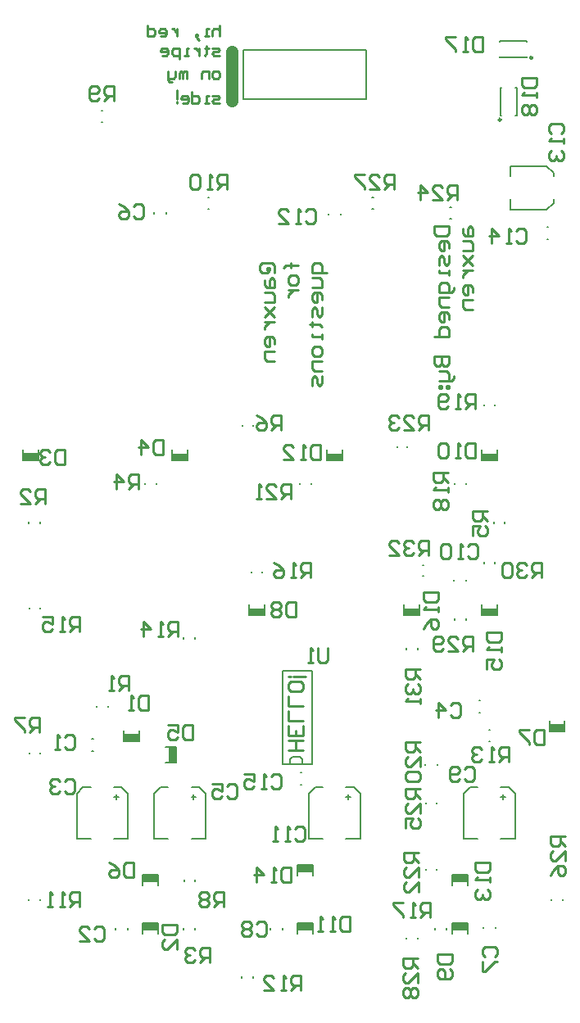
<source format=gbo>
G04 Layer_Color=32896*
%FSLAX25Y25*%
%MOIN*%
G70*
G01*
G75*
%ADD10C,0.01000*%
%ADD33C,0.05000*%
%ADD34C,0.00984*%
%ADD35C,0.00600*%
%ADD36C,0.00787*%
%ADD57R,0.06299X0.03150*%
%ADD58R,0.03150X0.06299*%
D10*
X-30984Y216138D02*
Y211640D01*
Y213889D01*
X-31734Y214639D01*
X-33233D01*
X-33983Y213889D01*
Y211640D01*
X-35483D02*
X-36982D01*
X-36233D01*
Y214639D01*
X-35483D01*
X-39981Y210890D02*
X-40731Y211640D01*
Y212389D01*
X-39981D01*
Y211640D01*
X-40731D01*
X-39981Y210890D01*
X-39232Y210140D01*
X-48229Y214639D02*
Y211640D01*
Y213139D01*
X-48978Y213889D01*
X-49728Y214639D01*
X-50478D01*
X-54976Y211640D02*
X-53477D01*
X-52727Y212389D01*
Y213889D01*
X-53477Y214639D01*
X-54976D01*
X-55726Y213889D01*
Y213139D01*
X-52727D01*
X-60225Y216138D02*
Y211640D01*
X-57976D01*
X-57226Y212389D01*
Y213889D01*
X-57976Y214639D01*
X-60225D01*
X-30984Y203841D02*
X-33233D01*
X-33983Y204591D01*
X-33233Y205341D01*
X-31734D01*
X-30984Y206091D01*
X-31734Y206840D01*
X-33983D01*
X-36233Y207590D02*
Y206840D01*
X-35483D01*
X-36982D01*
X-36233D01*
Y204591D01*
X-36982Y203841D01*
X-39232Y206840D02*
Y203841D01*
Y205341D01*
X-39981Y206091D01*
X-40731Y206840D01*
X-41481D01*
X-43730Y203841D02*
X-45230D01*
X-44480D01*
Y206840D01*
X-43730D01*
X-47479Y202342D02*
Y206840D01*
X-49728D01*
X-50478Y206091D01*
Y204591D01*
X-49728Y203841D01*
X-47479D01*
X-54227D02*
X-52727D01*
X-51977Y204591D01*
Y206091D01*
X-52727Y206840D01*
X-54227D01*
X-54976Y206091D01*
Y205341D01*
X-51977D01*
X-31734Y194544D02*
X-33233D01*
X-33983Y195293D01*
Y196793D01*
X-33233Y197543D01*
X-31734D01*
X-30984Y196793D01*
Y195293D01*
X-31734Y194544D01*
X-35483D02*
Y197543D01*
X-37732D01*
X-38482Y196793D01*
Y194544D01*
X-44480D02*
Y197543D01*
X-45230D01*
X-45979Y196793D01*
Y194544D01*
Y196793D01*
X-46729Y197543D01*
X-47479Y196793D01*
Y194544D01*
X-48978Y197543D02*
Y195293D01*
X-49728Y194544D01*
X-51977D01*
Y193794D01*
X-51228Y193044D01*
X-50478D01*
X-51977Y194544D02*
Y197543D01*
X-30984Y184496D02*
X-33233D01*
X-33983Y185246D01*
X-33233Y185996D01*
X-31734D01*
X-30984Y186745D01*
X-31734Y187495D01*
X-33983D01*
X-35483Y184496D02*
X-36982D01*
X-36233D01*
Y187495D01*
X-35483D01*
X-42231Y188995D02*
Y184496D01*
X-39981D01*
X-39232Y185246D01*
Y186745D01*
X-39981Y187495D01*
X-42231D01*
X-45979Y184496D02*
X-44480D01*
X-43730Y185246D01*
Y186745D01*
X-44480Y187495D01*
X-45979D01*
X-46729Y186745D01*
Y185996D01*
X-43730D01*
X-48229D02*
Y189744D01*
Y185246D02*
Y184496D01*
X56404Y134500D02*
X62402D01*
Y131501D01*
X61403Y130501D01*
X57404D01*
X56404Y131501D01*
Y134500D01*
X62402Y125503D02*
Y127502D01*
X61403Y128502D01*
X59403D01*
X58404Y127502D01*
Y125503D01*
X59403Y124503D01*
X60403D01*
Y128502D01*
X62402Y122504D02*
Y119505D01*
X61403Y118505D01*
X60403Y119505D01*
Y121504D01*
X59403Y122504D01*
X58404Y121504D01*
Y118505D01*
X62402Y116506D02*
Y114506D01*
Y115506D01*
X58404D01*
Y116506D01*
X64402Y109508D02*
Y108508D01*
X63402Y107509D01*
X58404D01*
Y110508D01*
X59403Y111507D01*
X61403D01*
X62402Y110508D01*
Y107509D01*
Y105509D02*
X58404D01*
Y102510D01*
X59403Y101511D01*
X62402D01*
Y96512D02*
Y98512D01*
X61403Y99511D01*
X59403D01*
X58404Y98512D01*
Y96512D01*
X59403Y95513D01*
X60403D01*
Y99511D01*
X56404Y89514D02*
X62402D01*
Y92514D01*
X61403Y93513D01*
X59403D01*
X58404Y92514D01*
Y89514D01*
X56404Y81517D02*
X62402D01*
Y78518D01*
X61403Y77518D01*
X60403D01*
X59403Y78518D01*
Y81517D01*
Y78518D01*
X58404Y77518D01*
X57404D01*
X56404Y78518D01*
Y81517D01*
X58404Y75519D02*
X61403D01*
X62402Y74519D01*
Y71520D01*
X63402D01*
X64402Y72520D01*
Y73520D01*
X62402Y71520D02*
X58404D01*
Y69521D02*
Y68521D01*
X59403D01*
Y69521D01*
X58404D01*
X61403D02*
Y68521D01*
X62402D01*
Y69521D01*
X61403D01*
X68001Y133500D02*
Y131501D01*
X69001Y130501D01*
X72000D01*
Y133500D01*
X71000Y134500D01*
X70001Y133500D01*
Y130501D01*
X68001Y128502D02*
X71000D01*
X72000Y127502D01*
Y124503D01*
X68001D01*
Y122504D02*
X72000Y118505D01*
X70001Y120504D01*
X68001Y118505D01*
X72000Y122504D01*
X68001Y116506D02*
X72000D01*
X70001D01*
X69001Y115506D01*
X68001Y114506D01*
Y113507D01*
X72000Y107509D02*
Y109508D01*
X71000Y110508D01*
X69001D01*
X68001Y109508D01*
Y107509D01*
X69001Y106509D01*
X70001D01*
Y110508D01*
X72000Y104510D02*
X68001D01*
Y101511D01*
X69001Y100511D01*
X72000D01*
X-10694Y116501D02*
X-11694D01*
Y117501D01*
X-10694D01*
Y116501D01*
X-11694Y115501D01*
X-13693D01*
X-14693Y116501D01*
Y118500D01*
X-13693Y119500D01*
X-9694D01*
X-8695Y118500D01*
Y115501D01*
X-12693Y112502D02*
Y110503D01*
X-11694Y109503D01*
X-8695D01*
Y112502D01*
X-9694Y113502D01*
X-10694Y112502D01*
Y109503D01*
X-12693Y107504D02*
X-9694D01*
X-8695Y106504D01*
Y103505D01*
X-12693D01*
Y101506D02*
X-8695Y97507D01*
X-10694Y99506D01*
X-12693Y97507D01*
X-8695Y101506D01*
X-12693Y95508D02*
X-8695D01*
X-10694D01*
X-11694Y94508D01*
X-12693Y93508D01*
Y92509D01*
X-8695Y86511D02*
Y88510D01*
X-9694Y89510D01*
X-11694D01*
X-12693Y88510D01*
Y86511D01*
X-11694Y85511D01*
X-10694D01*
Y89510D01*
X-8695Y83512D02*
X-12693D01*
Y80513D01*
X-11694Y79513D01*
X-8695D01*
X903Y118500D02*
X-4095D01*
X-2096D01*
Y119500D01*
Y117501D01*
Y118500D01*
X-4095D01*
X-5095Y117501D01*
X903Y113502D02*
Y111503D01*
X-97Y110503D01*
X-2096D01*
X-3096Y111503D01*
Y113502D01*
X-2096Y114502D01*
X-97D01*
X903Y113502D01*
X-3096Y108504D02*
X903D01*
X-1096D01*
X-2096Y107504D01*
X-3096Y106504D01*
Y105505D01*
X12500Y115501D02*
X6502D01*
Y118500D01*
X7502Y119500D01*
X9501D01*
X10501Y118500D01*
Y115501D01*
X6502Y113502D02*
X9501D01*
X10501Y112502D01*
Y109503D01*
X6502D01*
X10501Y104505D02*
Y106504D01*
X9501Y107504D01*
X7502D01*
X6502Y106504D01*
Y104505D01*
X7502Y103505D01*
X8501D01*
Y107504D01*
X10501Y101506D02*
Y98507D01*
X9501Y97507D01*
X8501Y98507D01*
Y100506D01*
X7502Y101506D01*
X6502Y100506D01*
Y97507D01*
X5502Y94508D02*
X6502D01*
Y95508D01*
Y93508D01*
Y94508D01*
X9501D01*
X10501Y93508D01*
Y90509D02*
Y88510D01*
Y89510D01*
X6502D01*
Y90509D01*
X10501Y84511D02*
Y82512D01*
X9501Y81512D01*
X7502D01*
X6502Y82512D01*
Y84511D01*
X7502Y85511D01*
X9501D01*
X10501Y84511D01*
Y79513D02*
X6502D01*
Y76514D01*
X7502Y75514D01*
X10501D01*
Y73515D02*
Y70516D01*
X9501Y69516D01*
X8501Y70516D01*
Y72515D01*
X7502Y73515D01*
X6502Y72515D01*
Y69516D01*
X50500Y-46000D02*
X44502D01*
Y-48999D01*
X45502Y-49999D01*
X47501D01*
X48501Y-48999D01*
Y-46000D01*
Y-47999D02*
X50500Y-49999D01*
X45502Y-51998D02*
X44502Y-52998D01*
Y-54997D01*
X45502Y-55997D01*
X46501D01*
X47501Y-54997D01*
Y-53997D01*
Y-54997D01*
X48501Y-55997D01*
X49500D01*
X50500Y-54997D01*
Y-52998D01*
X49500Y-51998D01*
X50500Y-57996D02*
Y-59996D01*
Y-58996D01*
X44502D01*
X45502Y-57996D01*
X54000Y500D02*
Y6498D01*
X51001D01*
X50001Y5498D01*
Y3499D01*
X51001Y2499D01*
X54000D01*
X52001D02*
X50001Y500D01*
X48002Y5498D02*
X47002Y6498D01*
X45003D01*
X44003Y5498D01*
Y4499D01*
X45003Y3499D01*
X46003D01*
X45003D01*
X44003Y2499D01*
Y1500D01*
X45003Y500D01*
X47002D01*
X48002Y1500D01*
X38005Y500D02*
X42004D01*
X38005Y4499D01*
Y5498D01*
X39005Y6498D01*
X41004D01*
X42004Y5498D01*
X-499Y-111002D02*
X501Y-110002D01*
X2500D01*
X3500Y-111002D01*
Y-115000D01*
X2500Y-116000D01*
X501D01*
X-499Y-115000D01*
X-2498Y-116000D02*
X-4497D01*
X-3498D01*
Y-110002D01*
X-2498Y-111002D01*
X-7496Y-116000D02*
X-9496D01*
X-8496D01*
Y-110002D01*
X-7496Y-111002D01*
X104002Y172001D02*
X103002Y173001D01*
Y175000D01*
X104002Y176000D01*
X108000D01*
X109000Y175000D01*
Y173001D01*
X108000Y172001D01*
X109000Y170002D02*
Y168003D01*
Y169002D01*
X103002D01*
X104002Y170002D01*
Y165004D02*
X103002Y164004D01*
Y162004D01*
X104002Y161005D01*
X105001D01*
X106001Y162004D01*
Y163004D01*
Y162004D01*
X107001Y161005D01*
X108000D01*
X109000Y162004D01*
Y164004D01*
X108000Y165004D01*
X12959Y-37200D02*
Y-42198D01*
X11959Y-43198D01*
X9960D01*
X8960Y-42198D01*
Y-37200D01*
X6961Y-43198D02*
X4962D01*
X5961D01*
Y-37200D01*
X6961Y-38199D01*
X2998Y-78961D02*
X-3000D01*
X-1D01*
Y-74962D01*
X2998D01*
X-3000D01*
X2998Y-68964D02*
Y-72963D01*
X-3000D01*
Y-68964D01*
X-1Y-72963D02*
Y-70963D01*
X2998Y-66965D02*
X-3000D01*
Y-62966D01*
X2998Y-60966D02*
X-3000D01*
Y-56968D01*
X2998Y-51969D02*
Y-53969D01*
X1998Y-54968D01*
X-2000D01*
X-3000Y-53969D01*
Y-51969D01*
X-2000Y-50970D01*
X1998D01*
X2998Y-51969D01*
X-1001Y-48970D02*
X3998D01*
X-2000D02*
X-3000D01*
X52002Y-14500D02*
X58000D01*
Y-17499D01*
X57000Y-18499D01*
X53002D01*
X52002Y-17499D01*
Y-14500D01*
X58000Y-20498D02*
Y-22497D01*
Y-21498D01*
X52002D01*
X53002Y-20498D01*
X52002Y-29495D02*
X53002Y-27496D01*
X55001Y-25496D01*
X57000D01*
X58000Y-26496D01*
Y-28495D01*
X57000Y-29495D01*
X56001D01*
X55001Y-28495D01*
Y-25496D01*
X91825Y194882D02*
X97823D01*
Y191883D01*
X96823Y190883D01*
X92824D01*
X91825Y191883D01*
Y194882D01*
X97823Y188884D02*
Y186884D01*
Y187884D01*
X91825D01*
X92824Y188884D01*
Y183885D02*
X91825Y182886D01*
Y180886D01*
X92824Y179887D01*
X93824D01*
X94824Y180886D01*
X95823Y179887D01*
X96823D01*
X97823Y180886D01*
Y182886D01*
X96823Y183885D01*
X95823D01*
X94824Y182886D01*
X93824Y183885D01*
X92824D01*
X94824Y182886D02*
Y180886D01*
X89501Y132498D02*
X90501Y133498D01*
X92500D01*
X93500Y132498D01*
Y128500D01*
X92500Y127500D01*
X90501D01*
X89501Y128500D01*
X87502Y127500D02*
X85503D01*
X86502D01*
Y133498D01*
X87502Y132498D01*
X79505Y127500D02*
Y133498D01*
X82504Y130499D01*
X78505D01*
X-9983Y-89506D02*
X-8983Y-88506D01*
X-6984D01*
X-5984Y-89506D01*
Y-93504D01*
X-6984Y-94504D01*
X-8983D01*
X-9983Y-93504D01*
X-11982Y-94504D02*
X-13982D01*
X-12982D01*
Y-88506D01*
X-11982Y-89506D01*
X-20979Y-88506D02*
X-16981D01*
Y-91505D01*
X-18980Y-90505D01*
X-19980D01*
X-20979Y-91505D01*
Y-93504D01*
X-19980Y-94504D01*
X-17980D01*
X-16981Y-93504D01*
X-93983Y-73506D02*
X-92983Y-72506D01*
X-90984D01*
X-89984Y-73506D01*
Y-77504D01*
X-90984Y-78504D01*
X-92983D01*
X-93983Y-77504D01*
X-95982Y-78504D02*
X-97982D01*
X-96982D01*
Y-72506D01*
X-95982Y-73506D01*
X-81983Y-151506D02*
X-80983Y-150506D01*
X-78984D01*
X-77984Y-151506D01*
Y-155504D01*
X-78984Y-156504D01*
X-80983D01*
X-81983Y-155504D01*
X-87981Y-156504D02*
X-83982D01*
X-87981Y-152505D01*
Y-151506D01*
X-86981Y-150506D01*
X-84982D01*
X-83982Y-151506D01*
X-93983Y-91506D02*
X-92983Y-90506D01*
X-90984D01*
X-89984Y-91506D01*
Y-95504D01*
X-90984Y-96504D01*
X-92983D01*
X-93983Y-95504D01*
X-95982Y-91506D02*
X-96982Y-90506D01*
X-98981D01*
X-99981Y-91506D01*
Y-92505D01*
X-98981Y-93505D01*
X-97982D01*
X-98981D01*
X-99981Y-94505D01*
Y-95504D01*
X-98981Y-96504D01*
X-96982D01*
X-95982Y-95504D01*
X63001Y-60502D02*
X64001Y-59502D01*
X66000D01*
X67000Y-60502D01*
Y-64500D01*
X66000Y-65500D01*
X64001D01*
X63001Y-64500D01*
X58003Y-65500D02*
Y-59502D01*
X61002Y-62501D01*
X57003D01*
X-27983Y-93506D02*
X-26983Y-92506D01*
X-24984D01*
X-23984Y-93506D01*
Y-97504D01*
X-24984Y-98504D01*
X-26983D01*
X-27983Y-97504D01*
X-33981Y-92506D02*
X-29982D01*
Y-95505D01*
X-31982Y-94505D01*
X-32981D01*
X-33981Y-95505D01*
Y-97504D01*
X-32981Y-98504D01*
X-30982D01*
X-29982Y-97504D01*
X-65983Y142494D02*
X-64983Y143494D01*
X-62984D01*
X-61984Y142494D01*
Y138496D01*
X-62984Y137496D01*
X-64983D01*
X-65983Y138496D01*
X-71981Y143494D02*
X-69982Y142494D01*
X-67982Y140495D01*
Y138496D01*
X-68982Y137496D01*
X-70981D01*
X-71981Y138496D01*
Y139495D01*
X-70981Y140495D01*
X-67982D01*
X77002Y-162999D02*
X76002Y-161999D01*
Y-160000D01*
X77002Y-159000D01*
X81000D01*
X82000Y-160000D01*
Y-161999D01*
X81000Y-162999D01*
X76002Y-164998D02*
Y-168997D01*
X77002D01*
X81000Y-164998D01*
X82000D01*
X-15983Y-149506D02*
X-14983Y-148506D01*
X-12984D01*
X-11984Y-149506D01*
Y-153504D01*
X-12984Y-154504D01*
X-14983D01*
X-15983Y-153504D01*
X-17982Y-149506D02*
X-18982Y-148506D01*
X-20981D01*
X-21981Y-149506D01*
Y-150505D01*
X-20981Y-151505D01*
X-21981Y-152505D01*
Y-153504D01*
X-20981Y-154504D01*
X-18982D01*
X-17982Y-153504D01*
Y-152505D01*
X-18982Y-151505D01*
X-17982Y-150505D01*
Y-149506D01*
X-18982Y-151505D02*
X-20981D01*
X68501Y-86502D02*
X69501Y-85502D01*
X71500D01*
X72500Y-86502D01*
Y-90500D01*
X71500Y-91500D01*
X69501D01*
X68501Y-90500D01*
X66502D02*
X65502Y-91500D01*
X63503D01*
X62503Y-90500D01*
Y-86502D01*
X63503Y-85502D01*
X65502D01*
X66502Y-86502D01*
Y-87501D01*
X65502Y-88501D01*
X62503D01*
X70001Y3998D02*
X71001Y4998D01*
X73000D01*
X74000Y3998D01*
Y-0D01*
X73000Y-1000D01*
X71001D01*
X70001Y-0D01*
X68002Y-1000D02*
X66003D01*
X67002D01*
Y4998D01*
X68002Y3998D01*
X63004D02*
X62004Y4998D01*
X60005D01*
X59005Y3998D01*
Y-0D01*
X60005Y-1000D01*
X62004D01*
X63004Y-0D01*
Y3998D01*
X4017Y140494D02*
X5017Y141494D01*
X7016D01*
X8016Y140494D01*
Y136496D01*
X7016Y135496D01*
X5017D01*
X4017Y136496D01*
X2018Y135496D02*
X18D01*
X1018D01*
Y141494D01*
X2018Y140494D01*
X-6979Y135496D02*
X-2981D01*
X-6979Y139495D01*
Y140494D01*
X-5980Y141494D01*
X-3980D01*
X-2981Y140494D01*
X-59984Y-56506D02*
Y-62504D01*
X-62983D01*
X-63983Y-61504D01*
Y-57506D01*
X-62983Y-56506D01*
X-59984D01*
X-65982Y-62504D02*
X-67982D01*
X-66982D01*
Y-56506D01*
X-65982Y-57506D01*
X-54498Y-150000D02*
X-48500D01*
Y-152999D01*
X-49500Y-153999D01*
X-53498D01*
X-54498Y-152999D01*
Y-150000D01*
X-48500Y-159997D02*
Y-155998D01*
X-52499Y-159997D01*
X-53498D01*
X-54498Y-158997D01*
Y-156998D01*
X-53498Y-155998D01*
X-93984Y43494D02*
Y37496D01*
X-96983D01*
X-97983Y38496D01*
Y42494D01*
X-96983Y43494D01*
X-93984D01*
X-99982Y42494D02*
X-100982Y43494D01*
X-102981D01*
X-103981Y42494D01*
Y41495D01*
X-102981Y40495D01*
X-101982D01*
X-102981D01*
X-103981Y39495D01*
Y38496D01*
X-102981Y37496D01*
X-100982D01*
X-99982Y38496D01*
X-53984Y47494D02*
Y41496D01*
X-56983D01*
X-57983Y42496D01*
Y46494D01*
X-56983Y47494D01*
X-53984D01*
X-62981Y41496D02*
Y47494D01*
X-59982Y44495D01*
X-63981D01*
X-41984Y-68506D02*
Y-74504D01*
X-44983D01*
X-45983Y-73504D01*
Y-69506D01*
X-44983Y-68506D01*
X-41984D01*
X-51981D02*
X-47982D01*
Y-71505D01*
X-49982Y-70505D01*
X-50981D01*
X-51981Y-71505D01*
Y-73504D01*
X-50981Y-74504D01*
X-48982D01*
X-47982Y-73504D01*
X-65984Y-124506D02*
Y-130504D01*
X-68983D01*
X-69983Y-129504D01*
Y-125506D01*
X-68983Y-124506D01*
X-65984D01*
X-75981D02*
X-73982Y-125506D01*
X-71982Y-127505D01*
Y-129504D01*
X-72982Y-130504D01*
X-74981D01*
X-75981Y-129504D01*
Y-128505D01*
X-74981Y-127505D01*
X-71982D01*
X101000Y-70502D02*
Y-76500D01*
X98001D01*
X97001Y-75500D01*
Y-71502D01*
X98001Y-70502D01*
X101000D01*
X95002D02*
X91003D01*
Y-71502D01*
X95002Y-75500D01*
Y-76500D01*
X16Y-18506D02*
Y-24504D01*
X-2983D01*
X-3983Y-23504D01*
Y-19506D01*
X-2983Y-18506D01*
X16D01*
X-5982Y-19506D02*
X-6982Y-18506D01*
X-8981D01*
X-9981Y-19506D01*
Y-20505D01*
X-8981Y-21505D01*
X-9981Y-22505D01*
Y-23504D01*
X-8981Y-24504D01*
X-6982D01*
X-5982Y-23504D01*
Y-22505D01*
X-6982Y-21505D01*
X-5982Y-20505D01*
Y-19506D01*
X-6982Y-21505D02*
X-8981D01*
X57502Y-162000D02*
X63500D01*
Y-164999D01*
X62500Y-165999D01*
X58502D01*
X57502Y-164999D01*
Y-162000D01*
X62500Y-167998D02*
X63500Y-168998D01*
Y-170997D01*
X62500Y-171997D01*
X58502D01*
X57502Y-170997D01*
Y-168998D01*
X58502Y-167998D01*
X59501D01*
X60501Y-168998D01*
Y-171997D01*
X73000Y45998D02*
Y40000D01*
X70001D01*
X69001Y41000D01*
Y44998D01*
X70001Y45998D01*
X73000D01*
X67002Y40000D02*
X65003D01*
X66002D01*
Y45998D01*
X67002Y44998D01*
X62004D02*
X61004Y45998D01*
X59004D01*
X58005Y44998D01*
Y41000D01*
X59004Y40000D01*
X61004D01*
X62004Y41000D01*
Y44998D01*
X22016Y-146506D02*
Y-152504D01*
X19017D01*
X18017Y-151504D01*
Y-147506D01*
X19017Y-146506D01*
X22016D01*
X16018Y-152504D02*
X14018D01*
X15018D01*
Y-146506D01*
X16018Y-147506D01*
X11019Y-152504D02*
X9020D01*
X10020D01*
Y-146506D01*
X11019Y-147506D01*
X10016Y45494D02*
Y39496D01*
X7017D01*
X6017Y40496D01*
Y44494D01*
X7017Y45494D01*
X10016D01*
X4018Y39496D02*
X2018D01*
X3018D01*
Y45494D01*
X4018Y44494D01*
X-4979Y39496D02*
X-981D01*
X-4979Y43495D01*
Y44494D01*
X-3980Y45494D01*
X-1980D01*
X-981Y44494D01*
X73002Y-124500D02*
X79000D01*
Y-127499D01*
X78000Y-128499D01*
X74002D01*
X73002Y-127499D01*
Y-124500D01*
X79000Y-130498D02*
Y-132497D01*
Y-131498D01*
X73002D01*
X74002Y-130498D01*
Y-135496D02*
X73002Y-136496D01*
Y-138496D01*
X74002Y-139495D01*
X75001D01*
X76001Y-138496D01*
Y-137496D01*
Y-138496D01*
X77001Y-139495D01*
X78000D01*
X79000Y-138496D01*
Y-136496D01*
X78000Y-135496D01*
X-1984Y-126506D02*
Y-132504D01*
X-4983D01*
X-5983Y-131504D01*
Y-127506D01*
X-4983Y-126506D01*
X-1984D01*
X-7982Y-132504D02*
X-9982D01*
X-8982D01*
Y-126506D01*
X-7982Y-127506D01*
X-15980Y-132504D02*
Y-126506D01*
X-12981Y-129505D01*
X-16979D01*
X77502Y-31000D02*
X83500D01*
Y-33999D01*
X82500Y-34999D01*
X78502D01*
X77502Y-33999D01*
Y-31000D01*
X83500Y-36998D02*
Y-38997D01*
Y-37998D01*
X77502D01*
X78502Y-36998D01*
X77502Y-45995D02*
Y-41996D01*
X80501D01*
X79501Y-43996D01*
Y-44995D01*
X80501Y-45995D01*
X82500D01*
X83500Y-44995D01*
Y-42996D01*
X82500Y-41996D01*
X76000Y211498D02*
Y205500D01*
X73001D01*
X72001Y206500D01*
Y210498D01*
X73001Y211498D01*
X76000D01*
X70002Y205500D02*
X68003D01*
X69002D01*
Y211498D01*
X70002Y210498D01*
X65004Y211498D02*
X61005D01*
Y210498D01*
X65004Y206500D01*
Y205500D01*
X-67984Y-54504D02*
Y-48506D01*
X-70983D01*
X-71983Y-49506D01*
Y-51505D01*
X-70983Y-52505D01*
X-67984D01*
X-69984D02*
X-71983Y-54504D01*
X-73982D02*
X-75982D01*
X-74982D01*
Y-48506D01*
X-73982Y-49506D01*
X-101984Y21496D02*
Y27494D01*
X-104983D01*
X-105983Y26494D01*
Y24495D01*
X-104983Y23495D01*
X-101984D01*
X-103984D02*
X-105983Y21496D01*
X-111981D02*
X-107982D01*
X-111981Y25495D01*
Y26494D01*
X-110981Y27494D01*
X-108982D01*
X-107982Y26494D01*
X-35099Y-165355D02*
Y-159357D01*
X-38098D01*
X-39097Y-160357D01*
Y-162356D01*
X-38098Y-163356D01*
X-35099D01*
X-37098D02*
X-39097Y-165355D01*
X-41097Y-160357D02*
X-42096Y-159357D01*
X-44096D01*
X-45095Y-160357D01*
Y-161357D01*
X-44096Y-162356D01*
X-43096D01*
X-44096D01*
X-45095Y-163356D01*
Y-164356D01*
X-44096Y-165355D01*
X-42096D01*
X-41097Y-164356D01*
X-63984Y27496D02*
Y33494D01*
X-66983D01*
X-67983Y32494D01*
Y30495D01*
X-66983Y29495D01*
X-63984D01*
X-65984D02*
X-67983Y27496D01*
X-72981D02*
Y33494D01*
X-69982Y30495D01*
X-73981D01*
X78000Y18500D02*
X72002D01*
Y15501D01*
X73002Y14501D01*
X75001D01*
X76001Y15501D01*
Y18500D01*
Y16501D02*
X78000Y14501D01*
X72002Y8503D02*
Y12502D01*
X75001D01*
X74001Y10503D01*
Y9503D01*
X75001Y8503D01*
X77000D01*
X78000Y9503D01*
Y11502D01*
X77000Y12502D01*
X-5984Y51496D02*
Y57494D01*
X-8983D01*
X-9983Y56494D01*
Y54495D01*
X-8983Y53495D01*
X-5984D01*
X-7984D02*
X-9983Y51496D01*
X-15981Y57494D02*
X-13982Y56494D01*
X-11982Y54495D01*
Y52496D01*
X-12982Y51496D01*
X-14981D01*
X-15981Y52496D01*
Y53495D01*
X-14981Y54495D01*
X-11982D01*
X-104241Y-71472D02*
Y-65474D01*
X-107240D01*
X-108240Y-66473D01*
Y-68473D01*
X-107240Y-69472D01*
X-104241D01*
X-106240D02*
X-108240Y-71472D01*
X-110239Y-65474D02*
X-114238D01*
Y-66473D01*
X-110239Y-70472D01*
Y-71472D01*
X-29500Y-142500D02*
Y-136502D01*
X-32499D01*
X-33499Y-137502D01*
Y-139501D01*
X-32499Y-140501D01*
X-29500D01*
X-31499D02*
X-33499Y-142500D01*
X-35498Y-137502D02*
X-36498Y-136502D01*
X-38497D01*
X-39497Y-137502D01*
Y-138501D01*
X-38497Y-139501D01*
X-39497Y-140501D01*
Y-141500D01*
X-38497Y-142500D01*
X-36498D01*
X-35498Y-141500D01*
Y-140501D01*
X-36498Y-139501D01*
X-35498Y-138501D01*
Y-137502D01*
X-36498Y-139501D02*
X-38497D01*
X-73984Y185496D02*
Y191494D01*
X-76983D01*
X-77983Y190494D01*
Y188495D01*
X-76983Y187495D01*
X-73984D01*
X-75984D02*
X-77983Y185496D01*
X-79982Y186496D02*
X-80982Y185496D01*
X-82981D01*
X-83981Y186496D01*
Y190494D01*
X-82981Y191494D01*
X-80982D01*
X-79982Y190494D01*
Y189495D01*
X-80982Y188495D01*
X-83981D01*
X-27984Y149496D02*
Y155494D01*
X-30983D01*
X-31983Y154494D01*
Y152495D01*
X-30983Y151495D01*
X-27984D01*
X-29984D02*
X-31983Y149496D01*
X-33982D02*
X-35982D01*
X-34982D01*
Y155494D01*
X-33982Y154494D01*
X-38981D02*
X-39980Y155494D01*
X-41980D01*
X-42979Y154494D01*
Y150496D01*
X-41980Y149496D01*
X-39980D01*
X-38981Y150496D01*
Y154494D01*
X-87984Y-142504D02*
Y-136506D01*
X-90983D01*
X-91983Y-137506D01*
Y-139505D01*
X-90983Y-140505D01*
X-87984D01*
X-89984D02*
X-91983Y-142504D01*
X-93982D02*
X-95982D01*
X-94982D01*
Y-136506D01*
X-93982Y-137506D01*
X-98981Y-142504D02*
X-100980D01*
X-99980D01*
Y-136506D01*
X-98981Y-137506D01*
X2016Y-176504D02*
Y-170506D01*
X-983D01*
X-1983Y-171506D01*
Y-173505D01*
X-983Y-174505D01*
X2016D01*
X16D02*
X-1983Y-176504D01*
X-3982D02*
X-5982D01*
X-4982D01*
Y-170506D01*
X-3982Y-171506D01*
X-12979Y-176504D02*
X-8981D01*
X-12979Y-172505D01*
Y-171506D01*
X-11980Y-170506D01*
X-9980D01*
X-8981Y-171506D01*
X86500Y-83500D02*
Y-77502D01*
X83501D01*
X82501Y-78502D01*
Y-80501D01*
X83501Y-81501D01*
X86500D01*
X84501D02*
X82501Y-83500D01*
X80502D02*
X78503D01*
X79502D01*
Y-77502D01*
X80502Y-78502D01*
X75504D02*
X74504Y-77502D01*
X72505D01*
X71505Y-78502D01*
Y-79501D01*
X72505Y-80501D01*
X73504D01*
X72505D01*
X71505Y-81501D01*
Y-82500D01*
X72505Y-83500D01*
X74504D01*
X75504Y-82500D01*
X-47984Y-32504D02*
Y-26506D01*
X-50983D01*
X-51983Y-27506D01*
Y-29505D01*
X-50983Y-30505D01*
X-47984D01*
X-49984D02*
X-51983Y-32504D01*
X-53982D02*
X-55982D01*
X-54982D01*
Y-26506D01*
X-53982Y-27506D01*
X-61980Y-32504D02*
Y-26506D01*
X-58981Y-29505D01*
X-62979D01*
X-87984Y-30504D02*
Y-24506D01*
X-90983D01*
X-91983Y-25506D01*
Y-27505D01*
X-90983Y-28505D01*
X-87984D01*
X-89984D02*
X-91983Y-30504D01*
X-93982D02*
X-95982D01*
X-94982D01*
Y-24506D01*
X-93982Y-25506D01*
X-102979Y-24506D02*
X-98981D01*
Y-27505D01*
X-100980Y-26505D01*
X-101980D01*
X-102979Y-27505D01*
Y-29504D01*
X-101980Y-30504D01*
X-99980D01*
X-98981Y-29504D01*
X6016Y-8504D02*
Y-2506D01*
X3017D01*
X2017Y-3506D01*
Y-5505D01*
X3017Y-6505D01*
X6016D01*
X4016D02*
X2017Y-8504D01*
X18D02*
X-1982D01*
X-982D01*
Y-2506D01*
X18Y-3506D01*
X-8979Y-2506D02*
X-6980Y-3506D01*
X-4981Y-5505D01*
Y-7504D01*
X-5980Y-8504D01*
X-7980D01*
X-8979Y-7504D01*
Y-6505D01*
X-7980Y-5505D01*
X-4981D01*
X54500Y-147000D02*
Y-141002D01*
X51501D01*
X50501Y-142002D01*
Y-144001D01*
X51501Y-145001D01*
X54500D01*
X52501D02*
X50501Y-147000D01*
X48502D02*
X46503D01*
X47502D01*
Y-141002D01*
X48502Y-142002D01*
X43504Y-141002D02*
X39505D01*
Y-142002D01*
X43504Y-146000D01*
Y-147000D01*
X62000Y34000D02*
X56002D01*
Y31001D01*
X57002Y30001D01*
X59001D01*
X60001Y31001D01*
Y34000D01*
Y32001D02*
X62000Y30001D01*
Y28002D02*
Y26003D01*
Y27002D01*
X56002D01*
X57002Y28002D01*
Y23004D02*
X56002Y22004D01*
Y20005D01*
X57002Y19005D01*
X58001D01*
X59001Y20005D01*
X60001Y19005D01*
X61000D01*
X62000Y20005D01*
Y22004D01*
X61000Y23004D01*
X60001D01*
X59001Y22004D01*
X58001Y23004D01*
X57002D01*
X59001Y22004D02*
Y20005D01*
X73000Y60000D02*
Y65998D01*
X70001D01*
X69001Y64998D01*
Y62999D01*
X70001Y61999D01*
X73000D01*
X71001D02*
X69001Y60000D01*
X67002D02*
X65003D01*
X66002D01*
Y65998D01*
X67002Y64998D01*
X62004Y61000D02*
X61004Y60000D01*
X59004D01*
X58005Y61000D01*
Y64998D01*
X59004Y65998D01*
X61004D01*
X62004Y64998D01*
Y63999D01*
X61004Y62999D01*
X58005D01*
X50500Y-75500D02*
X44502D01*
Y-78499D01*
X45502Y-79499D01*
X47501D01*
X48501Y-78499D01*
Y-75500D01*
Y-77499D02*
X50500Y-79499D01*
Y-85497D02*
Y-81498D01*
X46501Y-85497D01*
X45502D01*
X44502Y-84497D01*
Y-82498D01*
X45502Y-81498D01*
Y-87496D02*
X44502Y-88496D01*
Y-90495D01*
X45502Y-91495D01*
X49500D01*
X50500Y-90495D01*
Y-88496D01*
X49500Y-87496D01*
X45502D01*
X-1984Y23496D02*
Y29494D01*
X-4983D01*
X-5983Y28494D01*
Y26495D01*
X-4983Y25495D01*
X-1984D01*
X-3984D02*
X-5983Y23496D01*
X-11981D02*
X-7982D01*
X-11981Y27495D01*
Y28494D01*
X-10981Y29494D01*
X-8982D01*
X-7982Y28494D01*
X-13980Y23496D02*
X-15980D01*
X-14980D01*
Y29494D01*
X-13980Y28494D01*
X50000Y-120500D02*
X44002D01*
Y-123499D01*
X45002Y-124499D01*
X47001D01*
X48001Y-123499D01*
Y-120500D01*
Y-122499D02*
X50000Y-124499D01*
Y-130497D02*
Y-126498D01*
X46001Y-130497D01*
X45002D01*
X44002Y-129497D01*
Y-127498D01*
X45002Y-126498D01*
X50000Y-136495D02*
Y-132496D01*
X46001Y-136495D01*
X45002D01*
X44002Y-135495D01*
Y-133496D01*
X45002Y-132496D01*
X54016Y51496D02*
Y57494D01*
X51017D01*
X50017Y56494D01*
Y54495D01*
X51017Y53495D01*
X54016D01*
X52016D02*
X50017Y51496D01*
X44019D02*
X48018D01*
X44019Y55495D01*
Y56494D01*
X45019Y57494D01*
X47018D01*
X48018Y56494D01*
X42020D02*
X41020Y57494D01*
X39021D01*
X38021Y56494D01*
Y55495D01*
X39021Y54495D01*
X40020D01*
X39021D01*
X38021Y53495D01*
Y52496D01*
X39021Y51496D01*
X41020D01*
X42020Y52496D01*
X65500Y145000D02*
Y150998D01*
X62501D01*
X61501Y149998D01*
Y147999D01*
X62501Y146999D01*
X65500D01*
X63501D02*
X61501Y145000D01*
X55503D02*
X59502D01*
X55503Y148999D01*
Y149998D01*
X56503Y150998D01*
X58502D01*
X59502Y149998D01*
X50505Y145000D02*
Y150998D01*
X53504Y147999D01*
X49505D01*
X50500Y-94500D02*
X44502D01*
Y-97499D01*
X45502Y-98499D01*
X47501D01*
X48501Y-97499D01*
Y-94500D01*
Y-96499D02*
X50500Y-98499D01*
Y-104497D02*
Y-100498D01*
X46501Y-104497D01*
X45502D01*
X44502Y-103497D01*
Y-101498D01*
X45502Y-100498D01*
X44502Y-110495D02*
Y-106496D01*
X47501D01*
X46501Y-108495D01*
Y-109495D01*
X47501Y-110495D01*
X49500D01*
X50500Y-109495D01*
Y-107496D01*
X49500Y-106496D01*
X109500Y-114000D02*
X103502D01*
Y-116999D01*
X104502Y-117999D01*
X106501D01*
X107501Y-116999D01*
Y-114000D01*
Y-115999D02*
X109500Y-117999D01*
Y-123997D02*
Y-119998D01*
X105501Y-123997D01*
X104502D01*
X103502Y-122997D01*
Y-120998D01*
X104502Y-119998D01*
X103502Y-129995D02*
X104502Y-127996D01*
X106501Y-125996D01*
X108500D01*
X109500Y-126996D01*
Y-128995D01*
X108500Y-129995D01*
X107501D01*
X106501Y-128995D01*
Y-125996D01*
X40016Y149496D02*
Y155494D01*
X37017D01*
X36017Y154494D01*
Y152495D01*
X37017Y151495D01*
X40016D01*
X38016D02*
X36017Y149496D01*
X30019D02*
X34018D01*
X30019Y153495D01*
Y154494D01*
X31019Y155494D01*
X33018D01*
X34018Y154494D01*
X28020Y155494D02*
X24021D01*
Y154494D01*
X28020Y150496D01*
Y149496D01*
X49500Y-163500D02*
X43502D01*
Y-166499D01*
X44502Y-167499D01*
X46501D01*
X47501Y-166499D01*
Y-163500D01*
Y-165499D02*
X49500Y-167499D01*
Y-173497D02*
Y-169498D01*
X45501Y-173497D01*
X44502D01*
X43502Y-172497D01*
Y-170498D01*
X44502Y-169498D01*
Y-175496D02*
X43502Y-176496D01*
Y-178495D01*
X44502Y-179495D01*
X45501D01*
X46501Y-178495D01*
X47501Y-179495D01*
X48500D01*
X49500Y-178495D01*
Y-176496D01*
X48500Y-175496D01*
X47501D01*
X46501Y-176496D01*
X45501Y-175496D01*
X44502D01*
X46501Y-176496D02*
Y-178495D01*
X72016Y-38504D02*
Y-32506D01*
X69017D01*
X68017Y-33506D01*
Y-35505D01*
X69017Y-36505D01*
X72016D01*
X70016D02*
X68017Y-38504D01*
X62019D02*
X66018D01*
X62019Y-34505D01*
Y-33506D01*
X63019Y-32506D01*
X65018D01*
X66018Y-33506D01*
X60020Y-37504D02*
X59020Y-38504D01*
X57021D01*
X56021Y-37504D01*
Y-33506D01*
X57021Y-32506D01*
X59020D01*
X60020Y-33506D01*
Y-34505D01*
X59020Y-35505D01*
X56021D01*
X100000Y-8500D02*
Y-2502D01*
X97001D01*
X96001Y-3502D01*
Y-5501D01*
X97001Y-6501D01*
X100000D01*
X98001D02*
X96001Y-8500D01*
X94002Y-3502D02*
X93002Y-2502D01*
X91003D01*
X90003Y-3502D01*
Y-4501D01*
X91003Y-5501D01*
X92003D01*
X91003D01*
X90003Y-6501D01*
Y-7500D01*
X91003Y-8500D01*
X93002D01*
X94002Y-7500D01*
X88004Y-3502D02*
X87004Y-2502D01*
X85005D01*
X84005Y-3502D01*
Y-7500D01*
X85005Y-8500D01*
X87004D01*
X88004Y-7500D01*
Y-3502D01*
D33*
X-25984Y185496D02*
Y205496D01*
D34*
X83449Y177717D02*
G03*
X83449Y177717I-492J0D01*
G01*
X96276Y202957D02*
G03*
X96276Y202957I-492J0D01*
G01*
D35*
X-2500Y-84461D02*
Y-82461D01*
X-1500Y-81461D01*
X1500D01*
X2500Y-82461D01*
Y-84461D02*
Y-82461D01*
X6500Y-84461D02*
Y-46461D01*
X-5500D02*
X6500D01*
X-5500Y-84461D02*
Y-46461D01*
Y-84461D02*
X6500D01*
D36*
X49606Y-37795D02*
Y-37402D01*
X44882Y-37795D02*
Y-37402D01*
X51575Y-3740D02*
X51968D01*
X51575Y-8071D02*
X51968D01*
X21455Y-98915D02*
Y-96947D01*
X20471Y-97931D02*
X22439D01*
X5315Y-114764D02*
X11024D01*
X20472D02*
X26181D01*
Y-96457D01*
X23622Y-93898D02*
X26181Y-96457D01*
X20472Y-93898D02*
X23622D01*
X5315Y-114764D02*
Y-96457D01*
X7874Y-93898D01*
X11024D01*
X104858Y143898D02*
Y145276D01*
X102102Y141142D02*
X104858Y143898D01*
X87142Y141142D02*
X102102D01*
X104858Y154724D02*
Y156102D01*
X102102Y158858D02*
X104858Y156102D01*
X87142Y158858D02*
X102102D01*
X87142Y141142D02*
Y145276D01*
Y154724D02*
Y158858D01*
X50394Y-24016D02*
Y-19685D01*
X44094Y-24016D02*
X50394D01*
X44094D02*
Y-19685D01*
X-21378Y185945D02*
X28622D01*
X-21378Y205945D02*
X28622D01*
Y185945D02*
Y205945D01*
X-21378Y185945D02*
Y205945D01*
X83153Y179390D02*
Y190610D01*
X89846Y179390D02*
Y190610D01*
X83153Y179390D02*
X83547D01*
X83153Y190610D02*
X83547D01*
X89453Y179390D02*
X89846D01*
X89453Y190610D02*
X89846D01*
X102303Y129039D02*
X102697D01*
X102303Y133961D02*
X102697D01*
X1819Y-88043D02*
X2213D01*
X1819Y-92965D02*
X2213D01*
X-82874Y-79232D02*
X-82480D01*
X-82874Y-74311D02*
X-82480D01*
X-73327Y-151772D02*
Y-151378D01*
X-68405Y-151772D02*
Y-151378D01*
X-73033Y-98915D02*
Y-96947D01*
X-74017Y-97931D02*
X-72049D01*
X-89173Y-114764D02*
X-83465D01*
X-74016D02*
X-68307D01*
Y-96457D01*
X-70866Y-93898D02*
X-68307Y-96457D01*
X-74016Y-93898D02*
X-70866D01*
X-89173Y-114764D02*
Y-96457D01*
X-86614Y-93898D01*
X-83465D01*
X74606Y-63484D02*
X75000D01*
X74606Y-58563D02*
X75000D01*
X-41537Y-98915D02*
Y-96947D01*
X-42521Y-97931D02*
X-40553D01*
X-57677Y-114764D02*
X-51968D01*
X-42520D02*
X-36811D01*
Y-96457D01*
X-39370Y-93898D02*
X-36811Y-96457D01*
X-42520Y-93898D02*
X-39370D01*
X-57677Y-114764D02*
Y-96457D01*
X-55118Y-93898D01*
X-51968D01*
X-57579Y139567D02*
Y139961D01*
X-52658Y139567D02*
Y139961D01*
X76279Y-151378D02*
Y-150984D01*
X81201Y-151378D02*
Y-150984D01*
X-10335Y-151772D02*
Y-151378D01*
X-5413Y-151772D02*
Y-151378D01*
X84447Y-98915D02*
Y-96947D01*
X83463Y-97931D02*
X85431D01*
X68307Y-114764D02*
X74016D01*
X83465D02*
X89173D01*
Y-96457D01*
X86614Y-93898D02*
X89173Y-96457D01*
X83465Y-93898D02*
X86614D01*
X68307Y-114764D02*
Y-96457D01*
X70866Y-93898D01*
X74016D01*
X64468Y-10039D02*
Y-9646D01*
X69390Y-10039D02*
Y-9646D01*
X13287Y139173D02*
Y139567D01*
X18209Y139173D02*
Y139567D01*
X-63779Y-75197D02*
Y-70866D01*
X-70079Y-75197D02*
X-63779D01*
X-70079D02*
Y-70866D01*
X-62205Y-153543D02*
Y-149213D01*
X-55905D01*
Y-153543D02*
Y-149213D01*
X-104835Y39134D02*
Y43465D01*
X-111134Y39134D02*
X-104835D01*
X-111134D02*
Y43465D01*
X-44094Y38976D02*
Y43307D01*
X-50394Y38976D02*
X-44094D01*
X-50394D02*
Y43307D01*
X-53150Y-77559D02*
X-48819D01*
Y-83858D02*
Y-77559D01*
X-53150Y-83858D02*
X-48819D01*
X-62205Y-133858D02*
Y-129528D01*
X-55905D01*
Y-133858D02*
Y-129528D01*
X109449Y-71260D02*
Y-66929D01*
X103150Y-71260D02*
X109449D01*
X103150D02*
Y-66929D01*
X-12598Y-24016D02*
Y-19685D01*
X-18898Y-24016D02*
X-12598D01*
X-18898D02*
Y-19685D01*
X63779Y-153543D02*
Y-149213D01*
X70079D01*
Y-153543D02*
Y-149213D01*
X81890Y38976D02*
Y43307D01*
X75590Y38976D02*
X81890D01*
X75590D02*
Y43307D01*
X787Y-153543D02*
Y-149213D01*
X7087D01*
Y-153543D02*
Y-149213D01*
X18898Y38976D02*
Y43307D01*
X12598Y38976D02*
X18898D01*
X12598D02*
Y43307D01*
X63779Y-133858D02*
Y-129528D01*
X70079D01*
Y-133858D02*
Y-129528D01*
X787Y-129921D02*
Y-125591D01*
X7087D01*
Y-129921D02*
Y-125591D01*
X81890Y-24016D02*
Y-19685D01*
X75590Y-24016D02*
X81890D01*
X75590D02*
Y-19685D01*
X82890Y203153D02*
X94110D01*
X82890Y209846D02*
X94110D01*
Y203153D02*
Y203547D01*
X82890Y203153D02*
Y203547D01*
X94110Y209453D02*
Y209846D01*
X82890Y209453D02*
Y209846D01*
X-81102Y-61221D02*
Y-60827D01*
X-76378Y-61221D02*
Y-60827D01*
X-103937Y13583D02*
Y13976D01*
X-108661Y13583D02*
Y13976D01*
X-45669Y-151772D02*
Y-151378D01*
X-40945Y-151772D02*
Y-151378D01*
X-56693Y29331D02*
Y29724D01*
X-61417Y29331D02*
Y29724D01*
X84842Y13583D02*
Y13976D01*
X80512Y13583D02*
Y13976D01*
X-21850Y52953D02*
Y53346D01*
X-17520Y52953D02*
Y53346D01*
X-108465Y-80315D02*
Y-79921D01*
X-104134Y-80315D02*
Y-79921D01*
X-41142Y-132087D02*
Y-131693D01*
X-45472Y-132087D02*
Y-131693D01*
X-78937Y181496D02*
X-78543D01*
X-78937Y176772D02*
X-78543D01*
X-35630Y141339D02*
X-35236D01*
X-35630Y146063D02*
X-35236D01*
X-108661Y-139961D02*
Y-139567D01*
X-103937Y-139961D02*
Y-139567D01*
X-22047Y-171457D02*
Y-171063D01*
X-17323Y-171457D02*
Y-171063D01*
X78543Y-75197D02*
X78937D01*
X78543Y-70472D02*
X78937D01*
X-40945Y-33465D02*
Y-33071D01*
X-45669Y-33465D02*
Y-33071D01*
X-104134Y-21260D02*
Y-20866D01*
X-108465Y-21260D02*
Y-20866D01*
X-17913Y-6693D02*
Y-6299D01*
X-13583Y-6693D02*
Y-6299D01*
X56693Y-151772D02*
Y-151378D01*
X61417Y-151772D02*
Y-151378D01*
X69291Y29331D02*
Y29724D01*
X64567Y29331D02*
Y29724D01*
X76575Y61417D02*
Y61811D01*
X80905Y61417D02*
Y61811D01*
X57480Y-84842D02*
Y-84449D01*
X52756Y-84842D02*
Y-84449D01*
X6299Y29331D02*
Y29724D01*
X1575Y29331D02*
Y29724D01*
X57284Y-127559D02*
Y-127165D01*
X52953Y-127559D02*
Y-127165D01*
X45472Y44488D02*
Y44882D01*
X41142Y44488D02*
Y44882D01*
X62795Y137402D02*
X63189D01*
X62795Y142126D02*
X63189D01*
X52953Y-100591D02*
Y-100197D01*
X57284Y-100591D02*
Y-100197D01*
X108661Y-139961D02*
Y-139567D01*
X103937Y-139961D02*
Y-139567D01*
X31102Y141339D02*
X31496D01*
X31102Y146063D02*
X31496D01*
X44882Y-155512D02*
Y-155118D01*
X49606Y-155512D02*
Y-155118D01*
X64567Y-25787D02*
Y-25394D01*
X69291Y-25787D02*
Y-25394D01*
X76575Y-2756D02*
Y-2362D01*
X80905Y-2756D02*
Y-2362D01*
D57*
X47244Y-22441D02*
D03*
X-66929Y-73622D02*
D03*
X-59055Y-150787D02*
D03*
X-107984Y40709D02*
D03*
X-47244Y40551D02*
D03*
X-59055Y-131102D02*
D03*
X106299Y-69685D02*
D03*
X-15747Y-22441D02*
D03*
X66929Y-150786D02*
D03*
X78740Y40551D02*
D03*
X3937Y-150788D02*
D03*
X15748Y40551D02*
D03*
X66929Y-131103D02*
D03*
X3937Y-127166D02*
D03*
X78741Y-22441D02*
D03*
D58*
X-50394Y-80709D02*
D03*
M02*

</source>
